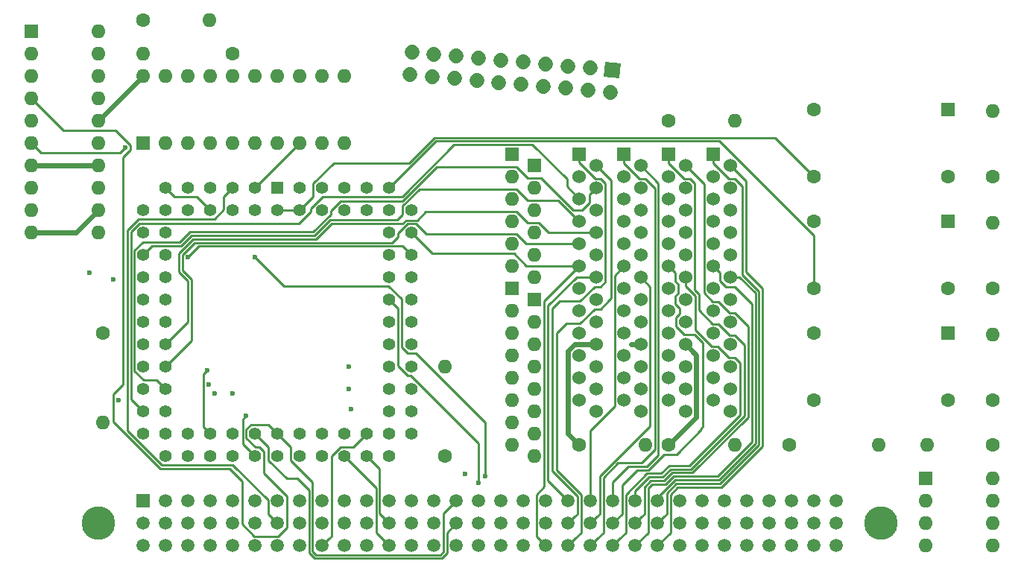
<source format=gbr>
G04 #@! TF.FileFunction,Copper,L3,Inr,Signal*
%FSLAX46Y46*%
G04 Gerber Fmt 4.6, Leading zero omitted, Abs format (unit mm)*
G04 Created by KiCad (PCBNEW 4.0.6) date Wednesday, 31 May 2017 22:47:01*
%MOMM*%
%LPD*%
G01*
G04 APERTURE LIST*
%ADD10C,0.100000*%
%ADD11R,1.524000X1.524000*%
%ADD12C,1.524000*%
%ADD13C,3.810000*%
%ADD14C,1.520000*%
%ADD15R,1.520000X1.520000*%
%ADD16R,1.600000X1.600000*%
%ADD17O,1.600000X1.600000*%
%ADD18C,1.600000*%
%ADD19C,1.727200*%
%ADD20R,1.397000X1.397000*%
%ADD21C,1.397000*%
%ADD22C,0.600000*%
%ADD23C,0.228600*%
%ADD24C,0.609600*%
%ADD25C,0.254000*%
G04 APERTURE END LIST*
D10*
D11*
X187960000Y-102870000D03*
D12*
X189865000Y-104140000D03*
X187960000Y-105410000D03*
X189865000Y-106680000D03*
X187960000Y-107950000D03*
X189865000Y-109220000D03*
X187960000Y-110490000D03*
X189865000Y-111760000D03*
X187960000Y-113030000D03*
X189865000Y-114300000D03*
X187960000Y-115570000D03*
X189865000Y-116840000D03*
X187960000Y-118110000D03*
X189865000Y-119380000D03*
X187960000Y-120650000D03*
X189865000Y-121920000D03*
X187960000Y-123190000D03*
X189865000Y-124460000D03*
X187960000Y-125730000D03*
X189865000Y-127000000D03*
X187960000Y-128270000D03*
X189865000Y-129540000D03*
X187960000Y-130810000D03*
X189865000Y-132080000D03*
D11*
X198120000Y-102870000D03*
D12*
X200025000Y-104140000D03*
X198120000Y-105410000D03*
X200025000Y-106680000D03*
X198120000Y-107950000D03*
X200025000Y-109220000D03*
X198120000Y-110490000D03*
X200025000Y-111760000D03*
X198120000Y-113030000D03*
X200025000Y-114300000D03*
X198120000Y-115570000D03*
X200025000Y-116840000D03*
X198120000Y-118110000D03*
X200025000Y-119380000D03*
X198120000Y-120650000D03*
X200025000Y-121920000D03*
X198120000Y-123190000D03*
X200025000Y-124460000D03*
X198120000Y-125730000D03*
X200025000Y-127000000D03*
X198120000Y-128270000D03*
X200025000Y-129540000D03*
X198120000Y-130810000D03*
X200025000Y-132080000D03*
D11*
X203200000Y-102870000D03*
D12*
X205105000Y-104140000D03*
X203200000Y-105410000D03*
X205105000Y-106680000D03*
X203200000Y-107950000D03*
X205105000Y-109220000D03*
X203200000Y-110490000D03*
X205105000Y-111760000D03*
X203200000Y-113030000D03*
X205105000Y-114300000D03*
X203200000Y-115570000D03*
X205105000Y-116840000D03*
X203200000Y-118110000D03*
X205105000Y-119380000D03*
X203200000Y-120650000D03*
X205105000Y-121920000D03*
X203200000Y-123190000D03*
X205105000Y-124460000D03*
X203200000Y-125730000D03*
X205105000Y-127000000D03*
X203200000Y-128270000D03*
X205105000Y-129540000D03*
X203200000Y-130810000D03*
X205105000Y-132080000D03*
D13*
X133350000Y-144780000D03*
X222250000Y-144780000D03*
D14*
X143510000Y-142240000D03*
X146050000Y-142240000D03*
X148590000Y-142240000D03*
X151130000Y-142240000D03*
X153670000Y-142240000D03*
X156210000Y-142240000D03*
X158750000Y-142240000D03*
X161290000Y-142240000D03*
X163830000Y-142240000D03*
X166370000Y-142240000D03*
X168910000Y-142240000D03*
X171450000Y-142240000D03*
X173990000Y-142240000D03*
X176530000Y-142240000D03*
X179070000Y-142240000D03*
X181610000Y-142240000D03*
X184150000Y-142240000D03*
X186690000Y-142240000D03*
X189230000Y-142240000D03*
X191770000Y-142240000D03*
X194310000Y-142240000D03*
X196850000Y-142240000D03*
X199390000Y-142240000D03*
X201930000Y-142240000D03*
X204470000Y-142240000D03*
X207010000Y-142240000D03*
X209550000Y-142240000D03*
X212090000Y-142240000D03*
X214630000Y-142240000D03*
X217170000Y-142240000D03*
X140970000Y-142240000D03*
D15*
X138430000Y-142240000D03*
D14*
X138430000Y-144780000D03*
X140970000Y-144780000D03*
X143510000Y-144780000D03*
X146050000Y-144780000D03*
X148590000Y-144780000D03*
X151130000Y-144780000D03*
X153670000Y-144780000D03*
X156210000Y-144780000D03*
X158750000Y-144780000D03*
X161290000Y-144780000D03*
X163830000Y-144780000D03*
X166370000Y-144780000D03*
X168910000Y-144780000D03*
X171450000Y-144780000D03*
X173990000Y-144780000D03*
X176530000Y-144780000D03*
X179070000Y-144780000D03*
X181610000Y-144780000D03*
X184150000Y-144780000D03*
X186690000Y-144780000D03*
X189230000Y-144780000D03*
X191770000Y-144780000D03*
X194310000Y-144780000D03*
X196850000Y-144780000D03*
X199390000Y-144780000D03*
X201930000Y-144780000D03*
X204470000Y-144780000D03*
X207010000Y-144780000D03*
X209550000Y-144780000D03*
X212090000Y-144780000D03*
X214630000Y-144780000D03*
X217170000Y-144780000D03*
X138430000Y-147320000D03*
X140970000Y-147320000D03*
X143510000Y-147320000D03*
X146050000Y-147320000D03*
X148590000Y-147320000D03*
X151130000Y-147320000D03*
X153670000Y-147320000D03*
X156210000Y-147320000D03*
X158750000Y-147320000D03*
X161290000Y-147320000D03*
X163830000Y-147320000D03*
X166370000Y-147320000D03*
X168910000Y-147320000D03*
X171450000Y-147320000D03*
X173990000Y-147320000D03*
X176530000Y-147320000D03*
X179070000Y-147320000D03*
X181610000Y-147320000D03*
X184150000Y-147320000D03*
X186690000Y-147320000D03*
X189230000Y-147320000D03*
X191770000Y-147320000D03*
X194310000Y-147320000D03*
X196850000Y-147320000D03*
X199390000Y-147320000D03*
X201930000Y-147320000D03*
X204470000Y-147320000D03*
X207010000Y-147320000D03*
X209550000Y-147320000D03*
X212090000Y-147320000D03*
X214630000Y-147320000D03*
X217170000Y-147320000D03*
D16*
X182880000Y-104140000D03*
D17*
X182880000Y-106680000D03*
X182880000Y-109220000D03*
X182880000Y-111760000D03*
X182880000Y-114300000D03*
X182880000Y-116840000D03*
D16*
X180340000Y-102870000D03*
D17*
X180340000Y-105410000D03*
X180340000Y-107950000D03*
X180340000Y-110490000D03*
X180340000Y-113030000D03*
X180340000Y-115570000D03*
D16*
X180340000Y-118110000D03*
D17*
X180340000Y-120650000D03*
X180340000Y-123190000D03*
X180340000Y-125730000D03*
X180340000Y-128270000D03*
X180340000Y-130810000D03*
X180340000Y-133350000D03*
X180340000Y-135890000D03*
D16*
X182880000Y-119380000D03*
D17*
X182880000Y-121920000D03*
X182880000Y-124460000D03*
X182880000Y-127000000D03*
X182880000Y-129540000D03*
X182880000Y-132080000D03*
X182880000Y-134620000D03*
X182880000Y-137160000D03*
D16*
X229870000Y-97790000D03*
D18*
X229870000Y-105410000D03*
X214630000Y-105410000D03*
X214630000Y-97790000D03*
D16*
X229870000Y-110490000D03*
D18*
X229870000Y-118110000D03*
X214630000Y-118110000D03*
X214630000Y-110490000D03*
D16*
X229870000Y-123190000D03*
D18*
X229870000Y-130810000D03*
X214630000Y-130810000D03*
X214630000Y-123190000D03*
X234950000Y-105410000D03*
D17*
X234950000Y-97910000D03*
D18*
X234950000Y-118110000D03*
D17*
X234950000Y-110610000D03*
D18*
X234950000Y-130810000D03*
D17*
X234950000Y-123310000D03*
D18*
X138430000Y-87630000D03*
D17*
X145930000Y-87630000D03*
D18*
X187960000Y-135890000D03*
D17*
X195460000Y-135890000D03*
D18*
X198120000Y-99060000D03*
D17*
X205620000Y-99060000D03*
D18*
X198120000Y-135890000D03*
D17*
X205620000Y-135890000D03*
D18*
X234950000Y-135890000D03*
D17*
X227450000Y-135890000D03*
D10*
G36*
X192647588Y-92491208D02*
X192497053Y-94211835D01*
X190776426Y-94061300D01*
X190926961Y-92340673D01*
X192647588Y-92491208D01*
X192647588Y-92491208D01*
G37*
D19*
X191490631Y-95806589D02*
X191490631Y-95806589D01*
X189181672Y-93054878D02*
X189181672Y-93054878D01*
X188960297Y-95585213D02*
X188960297Y-95585213D01*
X186651338Y-92833503D02*
X186651338Y-92833503D01*
X186429962Y-95363837D02*
X186429962Y-95363837D01*
X184121003Y-92612127D02*
X184121003Y-92612127D01*
X183899628Y-95142462D02*
X183899628Y-95142462D01*
X181590669Y-92390752D02*
X181590669Y-92390752D01*
X181369293Y-94921086D02*
X181369293Y-94921086D01*
X179060334Y-92169376D02*
X179060334Y-92169376D01*
X178838959Y-94699711D02*
X178838959Y-94699711D01*
X176530000Y-91948000D02*
X176530000Y-91948000D01*
X176308624Y-94478335D02*
X176308624Y-94478335D01*
X173999665Y-91726625D02*
X173999665Y-91726625D01*
X173778290Y-94256959D02*
X173778290Y-94256959D01*
X171469331Y-91505249D02*
X171469331Y-91505249D01*
X171247955Y-94035584D02*
X171247955Y-94035584D01*
X168938996Y-91283874D02*
X168938996Y-91283874D01*
X168717621Y-93814208D02*
X168717621Y-93814208D01*
D18*
X148590000Y-91440000D03*
D17*
X138430000Y-91440000D03*
D18*
X133858000Y-123190000D03*
D17*
X133858000Y-133350000D03*
D18*
X172720000Y-137160000D03*
D17*
X172720000Y-127000000D03*
D18*
X211836000Y-135890000D03*
D17*
X221996000Y-135890000D03*
D20*
X153670000Y-106680000D03*
D21*
X153670000Y-109220000D03*
X151130000Y-106680000D03*
X151130000Y-109220000D03*
X148590000Y-106680000D03*
X148590000Y-109220000D03*
X146050000Y-106680000D03*
X146050000Y-109220000D03*
X143510000Y-106680000D03*
X143510000Y-109220000D03*
X140970000Y-106680000D03*
X138430000Y-109220000D03*
X140970000Y-109220000D03*
X138430000Y-111760000D03*
X140970000Y-111760000D03*
X138430000Y-114300000D03*
X140970000Y-114300000D03*
X138430000Y-116840000D03*
X140970000Y-116840000D03*
X138430000Y-119380000D03*
X140970000Y-119380000D03*
X138430000Y-121920000D03*
X140970000Y-121920000D03*
X138430000Y-124460000D03*
X140970000Y-124460000D03*
X138430000Y-127000000D03*
X140970000Y-127000000D03*
X138430000Y-129540000D03*
X140970000Y-129540000D03*
X138430000Y-132080000D03*
X140970000Y-132080000D03*
X138430000Y-134620000D03*
X140970000Y-137160000D03*
X140970000Y-134620000D03*
X143510000Y-137160000D03*
X143510000Y-134620000D03*
X146050000Y-137160000D03*
X146050000Y-134620000D03*
X148590000Y-137160000D03*
X148590000Y-134620000D03*
X151130000Y-137160000D03*
X151130000Y-134620000D03*
X153670000Y-137160000D03*
X153670000Y-134620000D03*
X156210000Y-137160000D03*
X156210000Y-134620000D03*
X158750000Y-137160000D03*
X158750000Y-134620000D03*
X161290000Y-137160000D03*
X161290000Y-134620000D03*
X163830000Y-137160000D03*
X163830000Y-134620000D03*
X166370000Y-137160000D03*
X168910000Y-134620000D03*
X166370000Y-134620000D03*
X168910000Y-132080000D03*
X166370000Y-132080000D03*
X168910000Y-129540000D03*
X166370000Y-129540000D03*
X168910000Y-127000000D03*
X166370000Y-127000000D03*
X168910000Y-124460000D03*
X166370000Y-124460000D03*
X168910000Y-121920000D03*
X166370000Y-121920000D03*
X168910000Y-119380000D03*
X166370000Y-119380000D03*
X168910000Y-116840000D03*
X166370000Y-116840000D03*
X168910000Y-114300000D03*
X166370000Y-114300000D03*
X168910000Y-111760000D03*
X166370000Y-111760000D03*
X168910000Y-109220000D03*
X166370000Y-106680000D03*
X166370000Y-109220000D03*
X163830000Y-106680000D03*
X163830000Y-109220000D03*
X161290000Y-106680000D03*
X161290000Y-109220000D03*
X158750000Y-106680000D03*
X158750000Y-109220000D03*
X156210000Y-106680000D03*
X156210000Y-109220000D03*
D16*
X125730000Y-88900000D03*
D17*
X133350000Y-111760000D03*
X125730000Y-91440000D03*
X133350000Y-109220000D03*
X125730000Y-93980000D03*
X133350000Y-106680000D03*
X125730000Y-96520000D03*
X133350000Y-104140000D03*
X125730000Y-99060000D03*
X133350000Y-101600000D03*
X125730000Y-101600000D03*
X133350000Y-99060000D03*
X125730000Y-104140000D03*
X133350000Y-96520000D03*
X125730000Y-106680000D03*
X133350000Y-93980000D03*
X125730000Y-109220000D03*
X133350000Y-91440000D03*
X125730000Y-111760000D03*
X133350000Y-88900000D03*
D16*
X138430000Y-101600000D03*
D17*
X161290000Y-93980000D03*
X140970000Y-101600000D03*
X158750000Y-93980000D03*
X143510000Y-101600000D03*
X156210000Y-93980000D03*
X146050000Y-101600000D03*
X153670000Y-93980000D03*
X148590000Y-101600000D03*
X151130000Y-93980000D03*
X151130000Y-101600000D03*
X148590000Y-93980000D03*
X153670000Y-101600000D03*
X146050000Y-93980000D03*
X156210000Y-101600000D03*
X143510000Y-93980000D03*
X158750000Y-101600000D03*
X140970000Y-93980000D03*
X161290000Y-101600000D03*
X138430000Y-93980000D03*
D16*
X227330000Y-139700000D03*
D17*
X234950000Y-147320000D03*
X227330000Y-142240000D03*
X234950000Y-144780000D03*
X227330000Y-144780000D03*
X234950000Y-142240000D03*
X227330000Y-147320000D03*
X234950000Y-139700000D03*
D11*
X193040000Y-102870000D03*
D12*
X194945000Y-104140000D03*
X193040000Y-105410000D03*
X194945000Y-106680000D03*
X193040000Y-107950000D03*
X194945000Y-109220000D03*
X193040000Y-110490000D03*
X194945000Y-111760000D03*
X193040000Y-113030000D03*
X194945000Y-114300000D03*
X193040000Y-115570000D03*
X194945000Y-116840000D03*
X193040000Y-118110000D03*
X194945000Y-119380000D03*
X193040000Y-120650000D03*
X194945000Y-121920000D03*
X193040000Y-123190000D03*
X194945000Y-124460000D03*
X193040000Y-125730000D03*
X194945000Y-127000000D03*
X193040000Y-128270000D03*
X194945000Y-129540000D03*
X193040000Y-130810000D03*
X194945000Y-132080000D03*
D22*
X132334000Y-116332000D03*
X175006000Y-139192000D03*
X150114000Y-132588000D03*
X145691291Y-127434079D03*
X135043890Y-117076233D03*
X136398000Y-102108000D03*
X135636000Y-130810000D03*
X151130000Y-114554000D03*
X177292000Y-139446000D03*
X176530000Y-140208000D03*
X145880110Y-129044072D03*
X146558000Y-130048000D03*
X148590000Y-130048000D03*
X162052000Y-131826000D03*
X161798000Y-129540000D03*
X161798000Y-127000000D03*
X143510000Y-114554000D03*
D23*
X140970000Y-106680000D02*
X141960601Y-107670601D01*
X141960601Y-107670601D02*
X144500601Y-107670601D01*
X144500601Y-107670601D02*
X145351501Y-108521501D01*
X145351501Y-108521501D02*
X146050000Y-109220000D01*
X156210000Y-109220000D02*
X157759399Y-107670601D01*
X157759399Y-107670601D02*
X157759399Y-106204511D01*
X210185081Y-100965081D02*
X214630000Y-105410000D01*
X157759399Y-106204511D02*
X160111285Y-103852625D01*
X160111285Y-103852625D02*
X168622625Y-103852625D01*
X168622625Y-103852625D02*
X171510169Y-100965081D01*
X171510169Y-100965081D02*
X210185081Y-100965081D01*
X156210000Y-109220000D02*
X153670000Y-109220000D01*
X166370000Y-106680000D02*
X171678510Y-101371490D01*
X214630000Y-112104930D02*
X214630000Y-113374930D01*
X171678510Y-101371490D02*
X203896560Y-101371490D01*
X203896560Y-101371490D02*
X214630000Y-112104930D01*
X214630000Y-113374930D02*
X214630000Y-118110000D01*
D24*
X133350000Y-99060000D02*
X138430000Y-93980000D01*
X125730000Y-104140000D02*
X133350000Y-104140000D01*
X125730000Y-111760000D02*
X130810000Y-111760000D01*
X130810000Y-111760000D02*
X133350000Y-109220000D01*
X193867370Y-124460000D02*
X194945000Y-124460000D01*
X198120000Y-135890000D02*
X201269601Y-132740399D01*
X201269601Y-132740399D02*
X201269601Y-125704601D01*
X201269601Y-125704601D02*
X200786999Y-125221999D01*
X200786999Y-125221999D02*
X200025000Y-124460000D01*
X187960000Y-135890000D02*
X186715399Y-134645399D01*
X186715399Y-134645399D02*
X186715399Y-125196601D01*
X186715399Y-125196601D02*
X187452000Y-124460000D01*
X187452000Y-124460000D02*
X188787370Y-124460000D01*
X188787370Y-124460000D02*
X189865000Y-124460000D01*
D23*
X153670000Y-134620000D02*
X152679399Y-133629399D01*
X152679399Y-133629399D02*
X150654511Y-133629399D01*
X153706101Y-146267899D02*
X151060789Y-146267899D01*
X152120601Y-136684511D02*
X152120601Y-139133491D01*
X135043899Y-133274739D02*
X135043899Y-130132101D01*
X135043899Y-130132101D02*
X136144000Y-129032000D01*
X150654511Y-133629399D02*
X150139399Y-134144511D01*
X151605489Y-136169399D02*
X152120601Y-136684511D01*
X150139399Y-134144511D02*
X150139399Y-135095489D01*
X136990101Y-102392209D02*
X136990101Y-101823791D01*
X136990101Y-101823791D02*
X135318411Y-100152101D01*
X150139399Y-135095489D02*
X151213309Y-136169399D01*
X151213309Y-136169399D02*
X151605489Y-136169399D01*
X152120601Y-139133491D02*
X154722101Y-141734991D01*
X136144000Y-103238310D02*
X136990101Y-102392209D01*
X154722101Y-145251899D02*
X153706101Y-146267899D01*
X154722101Y-141734991D02*
X154722101Y-145251899D01*
X148209011Y-138557011D02*
X140326170Y-138557010D01*
X149642101Y-139990101D02*
X148209011Y-138557011D01*
X149642101Y-144849211D02*
X149642101Y-139990101D01*
X151060789Y-146267899D02*
X149642101Y-144849211D01*
X140326170Y-138557010D02*
X135043899Y-133274739D01*
X136144000Y-129032000D02*
X136144000Y-103238310D01*
X135318411Y-100152101D02*
X129362101Y-100152101D01*
X129362101Y-100152101D02*
X126529999Y-97319999D01*
X126529999Y-97319999D02*
X125730000Y-96520000D01*
X172531488Y-143698512D02*
X173230001Y-142999999D01*
X157668512Y-140084602D02*
X157668512Y-147949762D01*
X173230001Y-142999999D02*
X173990000Y-142240000D01*
X172531488Y-148016512D02*
X172531488Y-143698512D01*
X158090851Y-148372101D02*
X172175899Y-148372101D01*
X157668512Y-147949762D02*
X158090851Y-148372101D01*
X153670000Y-134620000D02*
X155219399Y-136169399D01*
X172175899Y-148372101D02*
X172531488Y-148016512D01*
X155219399Y-137635489D02*
X157668512Y-140084602D01*
X155219399Y-136169399D02*
X155219399Y-137635489D01*
D25*
X186690000Y-142240000D02*
X184416611Y-139966611D01*
X184416611Y-139966611D02*
X184416611Y-120074523D01*
X184416611Y-120074523D02*
X187651134Y-116840000D01*
X187651134Y-116840000D02*
X188787370Y-116840000D01*
X188787370Y-116840000D02*
X189865000Y-116840000D01*
D23*
X193040000Y-115570000D02*
X191985899Y-116624101D01*
X191985899Y-116624101D02*
X191985899Y-131519171D01*
X191985899Y-131519171D02*
X189230000Y-134275070D01*
X189230000Y-134275070D02*
X189230000Y-142240000D01*
X191770000Y-140106410D02*
X193548000Y-138328410D01*
X193548000Y-138328410D02*
X195681590Y-138328410D01*
X195681590Y-138328410D02*
X196958511Y-137051489D01*
X191770000Y-142240000D02*
X191770000Y-140106410D01*
X194945000Y-104140000D02*
X196958511Y-106153511D01*
X196958511Y-106153511D02*
X196958511Y-137051489D01*
X201574410Y-120584480D02*
X203125829Y-122135899D01*
X198120000Y-102870000D02*
X198120000Y-103860600D01*
X200684559Y-138635261D02*
X198342984Y-138635261D01*
X194310000Y-141165198D02*
X194310000Y-142240000D01*
X194310000Y-141157248D02*
X194310000Y-141165198D01*
X201079101Y-106174031D02*
X201079101Y-118299281D01*
X197430609Y-139547636D02*
X195919612Y-139547636D01*
X198342984Y-138635261D02*
X197430609Y-139547636D01*
X206755994Y-132563826D02*
X200684559Y-138635261D01*
X206755994Y-124550924D02*
X206755994Y-132563826D01*
X205610969Y-123405899D02*
X206755994Y-124550924D01*
X205030829Y-123405899D02*
X205610969Y-123405899D01*
X203760829Y-122135899D02*
X205030829Y-123405899D01*
X201574410Y-118794590D02*
X201574410Y-120584480D01*
X201079101Y-118299281D02*
X201574410Y-118794590D01*
X200530969Y-105625899D02*
X201079101Y-106174031D01*
X199885299Y-105625899D02*
X200530969Y-105625899D01*
X198120000Y-103860600D02*
X199885299Y-105625899D01*
X195919612Y-139547636D02*
X194310000Y-141157248D01*
X203125829Y-122135899D02*
X203760829Y-122135899D01*
X205105000Y-116840000D02*
X206182630Y-116840000D01*
X206182630Y-116840000D02*
X207975227Y-118632597D01*
X207975227Y-118632597D02*
X207975227Y-135725833D01*
X207975227Y-135725833D02*
X203846566Y-139854494D01*
X203846566Y-139854494D02*
X198848004Y-139854494D01*
X196850000Y-141852498D02*
X196850000Y-142240000D01*
X198848004Y-139854494D02*
X196850000Y-141852498D01*
X149732988Y-135762988D02*
X150431501Y-136461501D01*
X149732988Y-132969012D02*
X149732988Y-135762988D01*
X150114000Y-132588000D02*
X149732988Y-132969012D01*
X150431501Y-136461501D02*
X151130000Y-137160000D01*
X146050000Y-134620000D02*
X145264780Y-133834780D01*
X145391292Y-127734078D02*
X145691291Y-127434079D01*
X145264780Y-127860590D02*
X145391292Y-127734078D01*
X145264780Y-133834780D02*
X145264780Y-127860590D01*
X153670000Y-144780000D02*
X152617899Y-143727899D01*
X152617899Y-142170789D02*
X148597711Y-138150601D01*
X152617899Y-143727899D02*
X152617899Y-142170789D01*
X137938559Y-110210601D02*
X146525489Y-110210601D01*
X148597711Y-138150601D02*
X140494511Y-138150601D01*
X140494511Y-138150601D02*
X136626579Y-134282669D01*
X136626579Y-134282669D02*
X136626580Y-111522580D01*
X136626580Y-111522580D02*
X137938559Y-110210601D01*
X146525489Y-110210601D02*
X147599399Y-109136691D01*
X147599399Y-109136691D02*
X147599399Y-107670601D01*
X147599399Y-107670601D02*
X147891501Y-107378499D01*
X147891501Y-107378499D02*
X148590000Y-106680000D01*
X163830000Y-137160000D02*
X165288512Y-138618512D01*
X165288512Y-138618512D02*
X165288512Y-143698512D01*
X165288512Y-143698512D02*
X165610001Y-144020001D01*
X165610001Y-144020001D02*
X166370000Y-144780000D01*
X151130000Y-134620000D02*
X152679399Y-136169399D01*
X157922511Y-148778512D02*
X172344239Y-148778512D01*
X152679399Y-136169399D02*
X152679399Y-137635489D01*
X152679399Y-137635489D02*
X154722101Y-139678191D01*
X154722101Y-139678191D02*
X155934191Y-139678191D01*
X155934191Y-139678191D02*
X157262101Y-141006101D01*
X157262101Y-148118102D02*
X157922511Y-148778512D01*
X157262101Y-141006101D02*
X157262101Y-148118102D01*
X172344239Y-148778512D02*
X172937899Y-148184852D01*
X172937899Y-148184852D02*
X172937899Y-145832101D01*
X172937899Y-145832101D02*
X173990000Y-144780000D01*
X136398000Y-102108000D02*
X135813899Y-102692101D01*
X135813899Y-102692101D02*
X126822101Y-102692101D01*
X126822101Y-102692101D02*
X126529999Y-102399999D01*
X126529999Y-102399999D02*
X125730000Y-101600000D01*
X187960000Y-102870000D02*
X187960000Y-103795070D01*
X187960000Y-103795070D02*
X189790829Y-105625899D01*
X190370969Y-105625899D02*
X190931801Y-106186731D01*
X189790829Y-105625899D02*
X190370969Y-105625899D01*
X190931801Y-106186731D02*
X190931801Y-116327935D01*
D25*
X184912000Y-120396000D02*
X184912000Y-138886094D01*
X187754801Y-141728895D02*
X187754801Y-143715199D01*
X184912000Y-138886094D02*
X187754801Y-141728895D01*
X187754801Y-143715199D02*
X187449999Y-144020001D01*
X187449999Y-144020001D02*
X186690000Y-144780000D01*
X185724801Y-119583199D02*
X184912000Y-120396000D01*
X190931801Y-116327935D02*
X190931801Y-117352065D01*
X190931801Y-117352065D02*
X190377065Y-117906801D01*
X190377065Y-117906801D02*
X189742065Y-117906801D01*
X189742065Y-117906801D02*
X188065667Y-119583199D01*
X188065667Y-119583199D02*
X185724801Y-119583199D01*
D23*
X194945000Y-116840000D02*
X195999101Y-117894101D01*
X195999101Y-117894101D02*
X195999101Y-133734589D01*
X195999101Y-133734589D02*
X190282101Y-139451589D01*
X190282101Y-139451589D02*
X190282101Y-143727899D01*
X190282101Y-143727899D02*
X189989999Y-144020001D01*
X189989999Y-144020001D02*
X189230000Y-144780000D01*
X198882000Y-118962930D02*
X198882000Y-119851930D01*
X198882000Y-119851930D02*
X199390000Y-120359930D01*
X198881999Y-117311929D02*
X199174101Y-117604031D01*
X198881999Y-116331999D02*
X198881999Y-117311929D01*
X198120000Y-115570000D02*
X198881999Y-116331999D01*
X198970899Y-121414031D02*
X198970899Y-122425969D01*
X199174101Y-117604031D02*
X199174101Y-118670829D01*
X199174101Y-118670829D02*
X198882000Y-118962930D01*
X199390000Y-120359930D02*
X199390000Y-120994930D01*
X199020807Y-136982101D02*
X197602649Y-136982101D01*
X201968101Y-133819899D02*
X201866511Y-133921489D01*
X201968101Y-124244101D02*
X201968101Y-133819899D01*
X198970899Y-122425969D02*
X199900031Y-123355101D01*
X199390000Y-120994930D02*
X198970899Y-121414031D01*
X195849931Y-138734819D02*
X194513181Y-138734819D01*
X194513181Y-138734819D02*
X192822101Y-140425899D01*
X192822101Y-140425899D02*
X192822101Y-143727899D01*
X192822101Y-143727899D02*
X191770000Y-144780000D01*
X201866511Y-133921489D02*
X201866511Y-134136397D01*
X201079101Y-123355101D02*
X201968101Y-124244101D01*
X199900031Y-123355101D02*
X201079101Y-123355101D01*
X197602649Y-136982101D02*
X195849931Y-138734819D01*
X201866511Y-134136397D02*
X199020807Y-136982101D01*
X195362101Y-143727899D02*
X195069999Y-144020001D01*
X195069999Y-144020001D02*
X194310000Y-144780000D01*
X197598949Y-139954047D02*
X196087952Y-139954047D01*
X196087952Y-139954047D02*
X195362101Y-140679899D01*
X195362101Y-140679899D02*
X195362101Y-143727899D01*
X207162405Y-122417335D02*
X207162405Y-132732165D01*
X207162405Y-132732165D02*
X200852898Y-139041672D01*
X200852898Y-139041672D02*
X198511324Y-139041672D01*
X198511324Y-139041672D02*
X197598949Y-139954047D01*
X205610969Y-120865899D02*
X207162405Y-122417335D01*
X205030829Y-120865899D02*
X205610969Y-120865899D01*
X203760829Y-119595899D02*
X205030829Y-120865899D01*
X203125829Y-119595899D02*
X203760829Y-119595899D01*
X202145899Y-118615969D02*
X203125829Y-119595899D01*
X202145899Y-106260899D02*
X202145899Y-118615969D01*
X200025000Y-104140000D02*
X202145899Y-106260899D01*
X197902101Y-143727899D02*
X197609999Y-144020001D01*
X197609999Y-144020001D02*
X196850000Y-144780000D01*
X198967659Y-140309591D02*
X197902101Y-141375149D01*
X197902101Y-141375149D02*
X197902101Y-143727899D01*
X203966219Y-140309591D02*
X198967659Y-140309591D01*
X208381637Y-135894173D02*
X203966219Y-140309591D01*
X208381638Y-118464258D02*
X208381637Y-135894173D01*
X206502000Y-116584620D02*
X208381638Y-118464258D01*
X206502000Y-106516930D02*
X206502000Y-116584620D01*
X205610969Y-105625899D02*
X206502000Y-106516930D01*
X204965299Y-105625899D02*
X205610969Y-105625899D01*
X203200000Y-103860600D02*
X204965299Y-105625899D01*
X203200000Y-102870000D02*
X203200000Y-103860600D01*
X154406601Y-117830601D02*
X151130000Y-114554000D01*
X177292000Y-139446000D02*
X177292000Y-133357112D01*
X168434511Y-125450601D02*
X167767011Y-124783101D01*
X166286691Y-117830601D02*
X154406601Y-117830601D01*
X177292000Y-133357112D02*
X169385489Y-125450601D01*
X169385489Y-125450601D02*
X168434511Y-125450601D01*
X167767011Y-124783101D02*
X167767011Y-119310921D01*
X167767011Y-119310921D02*
X166286691Y-117830601D01*
X163830000Y-134620000D02*
X162280601Y-136169399D01*
X162280601Y-136169399D02*
X160814511Y-136169399D01*
X160814511Y-136169399D02*
X159802101Y-137181809D01*
X159802101Y-137181809D02*
X159802101Y-146267899D01*
X159802101Y-146267899D02*
X159509999Y-146560001D01*
X159509999Y-146560001D02*
X158750000Y-147320000D01*
X161290000Y-137160000D02*
X164882101Y-140752101D01*
X164882101Y-140752101D02*
X164882101Y-145832101D01*
X164882101Y-145832101D02*
X165610001Y-146560001D01*
X165610001Y-146560001D02*
X166370000Y-147320000D01*
D25*
X187960000Y-115570000D02*
X183984801Y-119545199D01*
X183984801Y-119545199D02*
X183984801Y-140627199D01*
X183984801Y-140627199D02*
X183085199Y-141526801D01*
X183085199Y-141526801D02*
X183085199Y-146255199D01*
X183085199Y-146255199D02*
X183390001Y-146560001D01*
X183390001Y-146560001D02*
X184150000Y-147320000D01*
X187960000Y-115570000D02*
X181975106Y-115570000D01*
X181975106Y-115570000D02*
X180539907Y-114134801D01*
X180539907Y-114134801D02*
X171284801Y-114134801D01*
X171284801Y-114134801D02*
X169608499Y-112458499D01*
X169608499Y-112458499D02*
X168910000Y-111760000D01*
D23*
X191579489Y-119244377D02*
X191363611Y-119460255D01*
X189865000Y-104140000D02*
X191579489Y-105854489D01*
X191579489Y-105854489D02*
X191579489Y-119244377D01*
X187706000Y-141069424D02*
X188173911Y-141537335D01*
X188173911Y-141537335D02*
X188173911Y-145836089D01*
X188173911Y-145836089D02*
X187449999Y-146560001D01*
X187449999Y-146560001D02*
X186690000Y-147320000D01*
D25*
X185420000Y-123190000D02*
X185420000Y-138783423D01*
X185420000Y-138783423D02*
X187706000Y-141069424D01*
X186486801Y-122123199D02*
X185420000Y-123190000D01*
X191363611Y-119460255D02*
X190377065Y-120446801D01*
X190377065Y-120446801D02*
X189742065Y-120446801D01*
X189742065Y-120446801D02*
X188065667Y-122123199D01*
X188065667Y-122123199D02*
X186486801Y-122123199D01*
D23*
X192386440Y-137922000D02*
X190717899Y-139590541D01*
X190717899Y-139590541D02*
X190717899Y-145832101D01*
X190717899Y-145832101D02*
X189989999Y-146560001D01*
X189989999Y-146560001D02*
X189230000Y-147320000D01*
X193040000Y-102870000D02*
X193040000Y-103860600D01*
X193040000Y-103860600D02*
X194805299Y-105625899D01*
X194805299Y-105625899D02*
X195450969Y-105625899D01*
X195450969Y-105625899D02*
X196552101Y-106727031D01*
X196552101Y-106727031D02*
X196552101Y-136414209D01*
X196552101Y-136414209D02*
X195044310Y-137922000D01*
X195044310Y-137922000D02*
X192386440Y-137922000D01*
X193257899Y-145832101D02*
X192529999Y-146560001D01*
X192529999Y-146560001D02*
X191770000Y-147320000D01*
X206248000Y-132497070D02*
X200516220Y-138228850D01*
X193257899Y-141514101D02*
X193257899Y-145832101D01*
X200516220Y-138228850D02*
X198174644Y-138228850D01*
X198174644Y-138228850D02*
X197262267Y-139141227D01*
X197262267Y-139141227D02*
X195630772Y-139141227D01*
X195630772Y-139141227D02*
X193257899Y-141514101D01*
X203669899Y-124675899D02*
X204939899Y-125945899D01*
X204939899Y-125945899D02*
X205610969Y-125945899D01*
X205610969Y-125945899D02*
X206248000Y-126582930D01*
X206248000Y-126582930D02*
X206248000Y-132497070D01*
X200025000Y-117819930D02*
X201167999Y-118962929D01*
X201167999Y-118962929D02*
X201168000Y-122869250D01*
X201168000Y-122869250D02*
X202974649Y-124675899D01*
X202974649Y-124675899D02*
X203669899Y-124675899D01*
X200025000Y-116840000D02*
X200025000Y-117819930D01*
X203961999Y-117257069D02*
X203961999Y-116331999D01*
X203961999Y-116331999D02*
X203200000Y-115570000D01*
X198679664Y-139448083D02*
X203678227Y-139448083D01*
X203678227Y-139448083D02*
X207568816Y-135557494D01*
X207568816Y-135557494D02*
X207568816Y-119851948D01*
X207568816Y-119851948D02*
X205610969Y-117894101D01*
X205610969Y-117894101D02*
X204599031Y-117894101D01*
X204599031Y-117894101D02*
X203961999Y-117257069D01*
X197767289Y-140360458D02*
X198679664Y-139448083D01*
X195797899Y-140818851D02*
X196256292Y-140360458D01*
X196256292Y-140360458D02*
X197767289Y-140360458D01*
X195797899Y-145832101D02*
X195797899Y-140818851D01*
X194310000Y-147320000D02*
X195797899Y-145832101D01*
X196850000Y-147320000D02*
X198337899Y-145832101D01*
X199136000Y-140716000D02*
X204134560Y-140716000D01*
X206908410Y-116230410D02*
X206908410Y-105943410D01*
X198337899Y-145832101D02*
X198337899Y-141514101D01*
X198337899Y-141514101D02*
X199136000Y-140716000D01*
X204134560Y-140716000D02*
X208788046Y-136062512D01*
X208788046Y-118110046D02*
X206908410Y-116230410D01*
X208788046Y-136062512D02*
X208788046Y-118110046D01*
X206908410Y-105943410D02*
X205105000Y-104140000D01*
X176530000Y-140208000D02*
X176530000Y-135693910D01*
X167360601Y-120370601D02*
X167068499Y-120078499D01*
X167068499Y-120078499D02*
X166370000Y-119380000D01*
X176530000Y-135693910D02*
X168826691Y-127990601D01*
X168826691Y-127990601D02*
X168434511Y-127990601D01*
X168434511Y-127990601D02*
X167360601Y-126916691D01*
X167360601Y-126916691D02*
X167360601Y-120370601D01*
X151130000Y-106680000D02*
X156210000Y-101600000D01*
X167284409Y-110337591D02*
X159673249Y-110337591D01*
X167919399Y-109702601D02*
X167284409Y-110337591D01*
X180864209Y-106857899D02*
X169806011Y-106857899D01*
X182134209Y-108127899D02*
X180864209Y-106857899D01*
X185597899Y-108127899D02*
X182134209Y-108127899D01*
X187960000Y-110490000D02*
X185597899Y-108127899D01*
X167919399Y-108744511D02*
X167919399Y-109702601D01*
X169806011Y-106857899D02*
X167919399Y-108744511D01*
X159673249Y-110337591D02*
X157920674Y-112090166D01*
X157920674Y-112090166D02*
X143948020Y-112090166D01*
X143948020Y-112090166D02*
X142754186Y-113284000D01*
X142754186Y-113284000D02*
X139446000Y-113284000D01*
X139446000Y-113284000D02*
X139128499Y-113601501D01*
X139128499Y-113601501D02*
X138430000Y-114300000D01*
X143527487Y-121902513D02*
X141668499Y-123761501D01*
X143527487Y-117292549D02*
X143527487Y-121902513D01*
X142511487Y-116276550D02*
X143527487Y-117292549D01*
X167859761Y-110769399D02*
X159816193Y-110769399D01*
X159816193Y-110769399D02*
X158089015Y-112496577D01*
X158089015Y-112496577D02*
X144116360Y-112496577D01*
X144116360Y-112496577D02*
X142511487Y-114101450D01*
X142511487Y-114101450D02*
X142511487Y-116276550D01*
X168266171Y-110362988D02*
X167859761Y-110769399D01*
X183404209Y-110667899D02*
X182134209Y-110667899D01*
X189865000Y-111760000D02*
X184496310Y-111760000D01*
X184496310Y-111760000D02*
X183404209Y-110667899D01*
X182134209Y-110667899D02*
X180864209Y-109397899D01*
X180864209Y-109397899D02*
X170518919Y-109397899D01*
X170518919Y-109397899D02*
X169553829Y-110362988D01*
X169553829Y-110362988D02*
X168266171Y-110362988D01*
X141668499Y-123761501D02*
X140970000Y-124460000D01*
X142917898Y-116108210D02*
X143933897Y-117124209D01*
X143933897Y-117124209D02*
X143933897Y-124036103D01*
X143933897Y-124036103D02*
X141668499Y-126301501D01*
X141668499Y-126301501D02*
X140970000Y-127000000D01*
X169385489Y-110769399D02*
X168434511Y-110769399D01*
X170553989Y-111937899D02*
X169385489Y-110769399D01*
X144284700Y-112902988D02*
X142917898Y-114269790D01*
X142917898Y-114269790D02*
X142917898Y-116108210D01*
X166693102Y-112902988D02*
X144284700Y-112902988D01*
X167360601Y-111843309D02*
X167360601Y-112235489D01*
X167360601Y-112235489D02*
X166693102Y-112902988D01*
X180864209Y-111937899D02*
X170553989Y-111937899D01*
X187960000Y-113030000D02*
X181956310Y-113030000D01*
X181956310Y-113030000D02*
X180864209Y-111937899D01*
X168434511Y-110769399D02*
X167360601Y-111843309D01*
X137439399Y-113824511D02*
X137439399Y-127475489D01*
X138386321Y-112877589D02*
X137439399Y-113824511D01*
X142585846Y-112877589D02*
X138386321Y-112877589D01*
X143779680Y-111683755D02*
X142585846Y-112877589D01*
X157752335Y-111683755D02*
X143779680Y-111683755D01*
X159740601Y-109695489D02*
X157752335Y-111683755D01*
X159740601Y-109303309D02*
X159740601Y-109695489D01*
X160814511Y-108229399D02*
X159740601Y-109303309D01*
X167859761Y-108229399D02*
X160814511Y-108229399D01*
X171771261Y-104317899D02*
X167859761Y-108229399D01*
X180864209Y-104317899D02*
X171771261Y-104317899D01*
X182134209Y-105587899D02*
X180864209Y-104317899D01*
X183632649Y-105587899D02*
X182134209Y-105587899D01*
X187264750Y-109220000D02*
X183632649Y-105587899D01*
X189865000Y-106680000D02*
X189103001Y-107441999D01*
X189103001Y-107441999D02*
X189103001Y-108367069D01*
X188250070Y-109220000D02*
X187264750Y-109220000D01*
X189103001Y-108367069D02*
X188250070Y-109220000D01*
X137439399Y-127475489D02*
X138513309Y-128549399D01*
X138513309Y-128549399D02*
X139979399Y-128549399D01*
X139979399Y-128549399D02*
X140271501Y-128841501D01*
X140271501Y-128841501D02*
X140970000Y-129540000D01*
X187960000Y-107950000D02*
X186550202Y-106540202D01*
X157480000Y-109416090D02*
X156126691Y-110769399D01*
X137032989Y-130682989D02*
X137731501Y-131381501D01*
X186550202Y-106540202D02*
X186550202Y-105684420D01*
X186550202Y-105684420D02*
X182643681Y-101777899D01*
X182643681Y-101777899D02*
X173736511Y-101777899D01*
X173736511Y-101777899D02*
X167843809Y-107670601D01*
X167843809Y-107670601D02*
X158833309Y-107670601D01*
X158833309Y-107670601D02*
X157480000Y-109023910D01*
X157480000Y-109023910D02*
X157480000Y-109416090D01*
X156126691Y-110769399D02*
X137954511Y-110769399D01*
X137954511Y-110769399D02*
X137032989Y-111690921D01*
X137032989Y-111690921D02*
X137032989Y-130682989D01*
X137731501Y-131381501D02*
X138430000Y-132080000D01*
X144754601Y-113309399D02*
X143510000Y-114554000D01*
X167919399Y-113309399D02*
X144754601Y-113309399D01*
X168910000Y-114300000D02*
X167919399Y-113309399D01*
M02*

</source>
